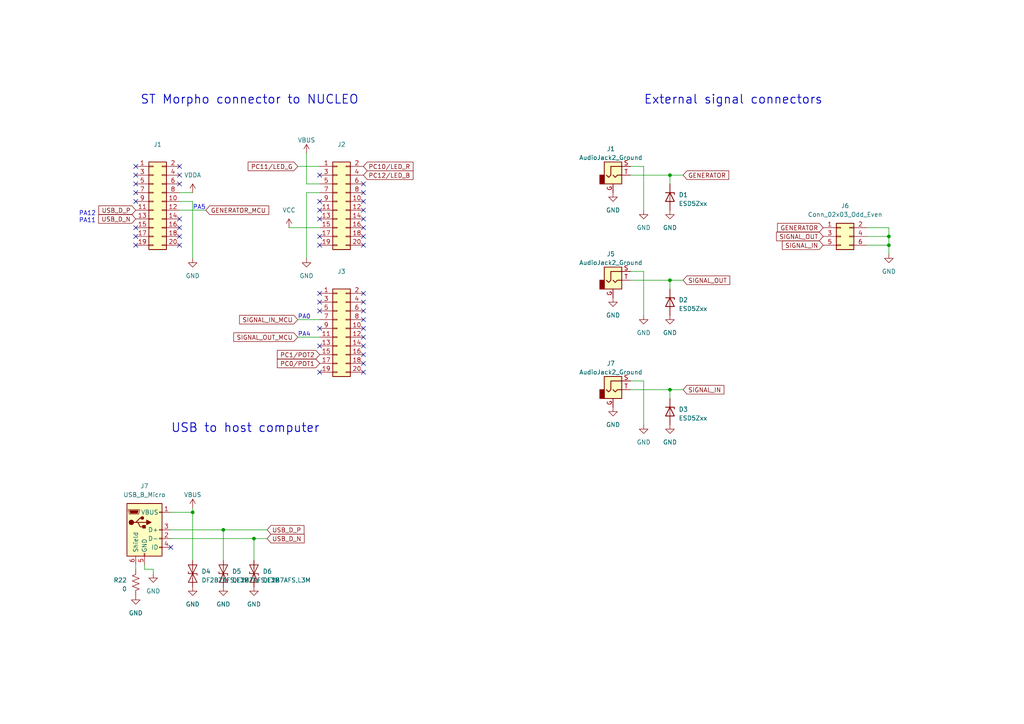
<source format=kicad_sch>
(kicad_sch (version 20230121) (generator eeschema)
  (paper "A4")
  (title_block (title "Board and I/O connectors") (date "2023-08-08") (company "bitgloo") (comment 1 "Released under the CERN Open Hardware Licence Version 2 - Strongly Reciprocal"))
  (lib_symbols
    (symbol "Connector:USB_B_Micro" (pin_names (offset 1.016))
      (property "Reference" "J" (at -5.08 11.43 0))
      (property "Value" "USB_B_Micro" (at -5.08 8.89 0))
      (symbol "USB_B_Micro_0_1"
        (rectangle (start -5.08 -7.62) (end 5.08 7.62) (stroke (width 0.254)) (fill (type background)))
        (circle (center -3.81 2.159) (radius 0.635) (stroke (width 0.254)) (fill (type outline)))
        (circle (center -0.635 3.429) (radius 0.381) (stroke (width 0.254)) (fill (type outline)))
        (rectangle (start -0.127 -7.62) (end 0.127 -6.858))
        (polyline (pts (xy -1.905 2.159) (xy 0.635 2.159)) (stroke (width 0.254)))
        (polyline (pts (xy -3.175 2.159) (xy -2.54 2.159) (xy -1.27 3.429) (xy -0.635 3.429)) (stroke (width 0.254)))
        (polyline (pts (xy -2.54 2.159) (xy -1.905 2.159) (xy -1.27 0.889) (xy 0 0.889)) (stroke (width 0.254)))
        (polyline (pts (xy 0.635 2.794) (xy 0.635 1.524) (xy 1.905 2.159) (xy 0.635 2.794)) (stroke (width 0.254)) (fill (type outline)))
        (polyline (pts (xy -4.318 5.588) (xy -1.778 5.588) (xy -2.032 4.826) (xy -4.064 4.826) (xy -4.318 5.588)) (fill (type outline)))
        (polyline (pts (xy -4.699 5.842) (xy -4.699 5.588) (xy -4.445 4.826) (xy -4.445 4.572) (xy -1.651 4.572) (xy -1.651 4.826) (xy -1.397 5.588) (xy -1.397 5.842) (xy -4.699 5.842)))
        (rectangle (start 0.254 1.27) (end -0.508 0.508) (stroke (width 0.254)) (fill (type outline)))
        (rectangle (start 5.08 -5.207) (end 4.318 -4.953))
        (rectangle (start 5.08 -2.667) (end 4.318 -2.413))
        (rectangle (start 5.08 -0.127) (end 4.318 0.127))
        (rectangle (start 5.08 4.953) (end 4.318 5.207))
      )
      (symbol "USB_B_Micro_1_1"
        (pin power_out line (at 7.62 5.08 180) (length 2.54) (name "VBUS") (number "1"))
        (pin bidirectional line (at 7.62 -2.54 180) (length 2.54) (name "D-") (number "2"))
        (pin bidirectional line (at 7.62 0 180) (length 2.54) (name "D+") (number "3"))
        (pin passive line (at 7.62 -5.08 180) (length 2.54) (name "ID") (number "4"))
        (pin power_out line (at 0 -10.16 90) (length 2.54) (name "GND") (number "5"))
        (pin passive line (at -2.54 -10.16 90) (length 2.54) (name "Shield") (number "6"))
      )
    )
    (symbol "Connector_Audio:AudioJack2_Ground"
      (property "Reference" "J" (at 0 8.89 0))
      (property "Value" "AudioJack2_Ground" (at 0 6.35 0))
      (symbol "AudioJack2_Ground_0_1"
        (rectangle (start -2.54 -2.54) (end -3.81 0) (stroke (width 0.254)) (fill (type outline)))
        (polyline (pts (xy 0 0) (xy 0.635 -0.635) (xy 1.27 0) (xy 2.54 0)) (stroke (width 0.254)))
        (polyline (pts (xy 2.54 2.54) (xy -0.635 2.54) (xy -0.635 0) (xy -1.27 -0.635) (xy -1.905 0)) (stroke (width 0.254)))
        (rectangle (start 2.54 3.81) (end -2.54 -2.54) (stroke (width 0.254)) (fill (type background)))
      )
      (symbol "AudioJack2_Ground_1_1"
        (pin passive line (at 0 -5.08 90) (length 2.54) (name "~") (number "G"))
        (pin passive line (at 5.08 2.54 180) (length 2.54) (name "~") (number "S"))
        (pin passive line (at 5.08 0 180) (length 2.54) (name "~") (number "T"))
      )
    )
    (symbol "Connector_Generic:Conn_02x03_Odd_Even" (pin_names (offset 1.016) hide)
      (property "Reference" "J" (at 1.27 5.08 0))
      (property "Value" "Conn_02x03_Odd_Even" (at 1.27 -5.08 0))
      (symbol "Conn_02x03_Odd_Even_1_1"
        (rectangle (start -1.27 -2.413) (end 0 -2.667) (stroke (width 0.1524)))
        (rectangle (start -1.27 0.127) (end 0 -0.127) (stroke (width 0.1524)))
        (rectangle (start -1.27 2.667) (end 0 2.413) (stroke (width 0.1524)))
        (rectangle (start -1.27 3.81) (end 3.81 -3.81) (stroke (width 0.254)) (fill (type background)))
        (rectangle (start 3.81 -2.413) (end 2.54 -2.667) (stroke (width 0.1524)))
        (rectangle (start 3.81 0.127) (end 2.54 -0.127) (stroke (width 0.1524)))
        (rectangle (start 3.81 2.667) (end 2.54 2.413) (stroke (width 0.1524)))
        (pin passive line (at -5.08 2.54 0) (length 3.81) (name "Pin_1") (number "1"))
        (pin passive line (at 7.62 2.54 180) (length 3.81) (name "Pin_2") (number "2"))
        (pin passive line (at -5.08 0 0) (length 3.81) (name "Pin_3") (number "3"))
        (pin passive line (at 7.62 0 180) (length 3.81) (name "Pin_4") (number "4"))
        (pin passive line (at -5.08 -2.54 0) (length 3.81) (name "Pin_5") (number "5"))
        (pin passive line (at 7.62 -2.54 180) (length 3.81) (name "Pin_6") (number "6"))
      )
    )
    (symbol "Connector_Generic:Conn_02x10_Odd_Even" (pin_names (offset 1.016) hide)
      (property "Reference" "J" (at 1.27 12.7 0))
      (property "Value" "Conn_02x10_Odd_Even" (at 1.27 -15.24 0))
      (symbol "Conn_02x10_Odd_Even_1_1"
        (rectangle (start -1.27 -12.573) (end 0 -12.827) (stroke (width 0.1524)))
        (rectangle (start -1.27 -10.033) (end 0 -10.287) (stroke (width 0.1524)))
        (rectangle (start -1.27 -7.493) (end 0 -7.747) (stroke (width 0.1524)))
        (rectangle (start -1.27 -4.953) (end 0 -5.207) (stroke (width 0.1524)))
        (rectangle (start -1.27 -2.413) (end 0 -2.667) (stroke (width 0.1524)))
        (rectangle (start -1.27 0.127) (end 0 -0.127) (stroke (width 0.1524)))
        (rectangle (start -1.27 2.667) (end 0 2.413) (stroke (width 0.1524)))
        (rectangle (start -1.27 5.207) (end 0 4.953) (stroke (width 0.1524)))
        (rectangle (start -1.27 7.747) (end 0 7.493) (stroke (width 0.1524)))
        (rectangle (start -1.27 10.287) (end 0 10.033) (stroke (width 0.1524)))
        (rectangle (start -1.27 11.43) (end 3.81 -13.97) (stroke (width 0.254)) (fill (type background)))
        (rectangle (start 3.81 -12.573) (end 2.54 -12.827) (stroke (width 0.1524)))
        (rectangle (start 3.81 -10.033) (end 2.54 -10.287) (stroke (width 0.1524)))
        (rectangle (start 3.81 -7.493) (end 2.54 -7.747) (stroke (width 0.1524)))
        (rectangle (start 3.81 -4.953) (end 2.54 -5.207) (stroke (width 0.1524)))
        (rectangle (start 3.81 -2.413) (end 2.54 -2.667) (stroke (width 0.1524)))
        (rectangle (start 3.81 0.127) (end 2.54 -0.127) (stroke (width 0.1524)))
        (rectangle (start 3.81 2.667) (end 2.54 2.413) (stroke (width 0.1524)))
        (rectangle (start 3.81 5.207) (end 2.54 4.953) (stroke (width 0.1524)))
        (rectangle (start 3.81 7.747) (end 2.54 7.493) (stroke (width 0.1524)))
        (rectangle (start 3.81 10.287) (end 2.54 10.033) (stroke (width 0.1524)))
        (pin passive line (at -5.08 10.16 0) (length 3.81) (name "Pin_1") (number "1"))
        (pin passive line (at 7.62 0 180) (length 3.81) (name "Pin_10") (number "10"))
        (pin passive line (at -5.08 -2.54 0) (length 3.81) (name "Pin_11") (number "11"))
        (pin passive line (at 7.62 -2.54 180) (length 3.81) (name "Pin_12") (number "12"))
        (pin passive line (at -5.08 -5.08 0) (length 3.81) (name "Pin_13") (number "13"))
        (pin passive line (at 7.62 -5.08 180) (length 3.81) (name "Pin_14") (number "14"))
        (pin passive line (at -5.08 -7.62 0) (length 3.81) (name "Pin_15") (number "15"))
        (pin passive line (at 7.62 -7.62 180) (length 3.81) (name "Pin_16") (number "16"))
        (pin passive line (at -5.08 -10.16 0) (length 3.81) (name "Pin_17") (number "17"))
        (pin passive line (at 7.62 -10.16 180) (length 3.81) (name "Pin_18") (number "18"))
        (pin passive line (at -5.08 -12.7 0) (length 3.81) (name "Pin_19") (number "19"))
        (pin passive line (at 7.62 10.16 180) (length 3.81) (name "Pin_2") (number "2"))
        (pin passive line (at 7.62 -12.7 180) (length 3.81) (name "Pin_20") (number "20"))
        (pin passive line (at -5.08 7.62 0) (length 3.81) (name "Pin_3") (number "3"))
        (pin passive line (at 7.62 7.62 180) (length 3.81) (name "Pin_4") (number "4"))
        (pin passive line (at -5.08 5.08 0) (length 3.81) (name "Pin_5") (number "5"))
        (pin passive line (at 7.62 5.08 180) (length 3.81) (name "Pin_6") (number "6"))
        (pin passive line (at -5.08 2.54 0) (length 3.81) (name "Pin_7") (number "7"))
        (pin passive line (at 7.62 2.54 180) (length 3.81) (name "Pin_8") (number "8"))
        (pin passive line (at -5.08 0 0) (length 3.81) (name "Pin_9") (number "9"))
      )
    )
    (symbol "Device:R_US" (pin_numbers hide) (pin_names (offset 0))
      (property "Reference" "R" (at 2.54 0 90))
      (property "Value" "R_US" (at -2.54 0 90))
      (symbol "R_US_0_1"
        (polyline (pts (xy 0 -2.286) (xy 0 -2.54)))
        (polyline (pts (xy 0 2.286) (xy 0 2.54)))
        (polyline (pts (xy 0 -0.762) (xy 1.016 -1.143) (xy 0 -1.524) (xy -1.016 -1.905) (xy 0 -2.286)))
        (polyline (pts (xy 0 0.762) (xy 1.016 0.381) (xy 0 0) (xy -1.016 -0.381) (xy 0 -0.762)))
        (polyline (pts (xy 0 2.286) (xy 1.016 1.905) (xy 0 1.524) (xy -1.016 1.143) (xy 0 0.762)))
      )
      (symbol "R_US_1_1"
        (pin passive line (at 0 3.81 270) (length 1.27) (name "~") (number "1"))
        (pin passive line (at 0 -3.81 90) (length 1.27) (name "~") (number "2"))
      )
    )
    (symbol "Diode:ESD5Zxx" (pin_numbers hide) (pin_names hide)
      (property "Reference" "D" (at 0 2.54 0))
      (property "Value" "ESD5Zxx" (at 0 -2.54 0))
      (symbol "ESD5Zxx_0_1"
        (polyline (pts (xy 1.27 0) (xy -1.27 0)))
        (polyline (pts (xy -1.27 -1.27) (xy -1.27 1.27) (xy -0.762 1.27)) (stroke (width 0.254)))
        (polyline (pts (xy 1.27 -1.27) (xy 1.27 1.27) (xy -1.27 0) (xy 1.27 -1.27)) (stroke (width 0.254)))
      )
      (symbol "ESD5Zxx_1_1"
        (pin passive line (at -3.81 0 0) (length 2.54) (name "K") (number "1"))
        (pin passive line (at 3.81 0 180) (length 2.54) (name "A") (number "2"))
      )
    )
    (symbol "Diode:ESD9B5.0ST5G" (pin_numbers hide) (pin_names (offset 1.016) hide)
      (property "Reference" "D" (at 0 2.54 0))
      (property "Value" "ESD9B5.0ST5G" (at 0 -2.54 0))
      (symbol "ESD9B5.0ST5G_0_1"
        (polyline (pts (xy 1.27 0) (xy -1.27 0)))
        (polyline (pts (xy -2.54 -1.27) (xy 0 0) (xy -2.54 1.27) (xy -2.54 -1.27)) (stroke (width 0.2032)))
        (polyline (pts (xy 0.508 1.27) (xy 0 1.27) (xy 0 -1.27) (xy -0.508 -1.27)) (stroke (width 0.2032)))
        (polyline (pts (xy 2.54 1.27) (xy 2.54 -1.27) (xy 0 0) (xy 2.54 1.27)) (stroke (width 0.2032)))
      )
      (symbol "ESD9B5.0ST5G_1_1"
        (pin passive line (at -3.81 0 0) (length 2.54) (name "A1") (number "1"))
        (pin passive line (at 3.81 0 180) (length 2.54) (name "A2") (number "2"))
      )
    )
    (symbol "power:GND" (power) (pin_names (offset 0))
      (property "Value" "GND" (at 0 -3.81 0))
      (symbol "GND_0_1"
        (polyline (pts (xy 0 0) (xy 0 -1.27) (xy 1.27 -1.27) (xy 0 -2.54) (xy -1.27 -1.27) (xy 0 -1.27)))
      )
      (symbol "GND_1_1"
        (pin power_in line (at 0 0 270) (length 0) hide (name "GND") (number "1"))
      )
    )
    (symbol "power:VBUS" (power) (pin_names (offset 0))
      (property "Value" "VBUS" (at 0 3.81 0))
      (symbol "VBUS_0_1"
        (polyline (pts (xy -0.762 1.27) (xy 0 2.54)))
        (polyline (pts (xy 0 0) (xy 0 2.54)))
        (polyline (pts (xy 0 2.54) (xy 0.762 1.27)))
      )
      (symbol "VBUS_1_1"
        (pin power_in line (at 0 0 90) (length 0) hide (name "VBUS") (number "1"))
      )
    )
    (symbol "power:VCC" (power) (pin_names (offset 0))
      (property "Value" "VCC" (at 0 3.81 0))
      (symbol "VCC_0_1"
        (polyline (pts (xy -0.762 1.27) (xy 0 2.54)))
        (polyline (pts (xy 0 0) (xy 0 2.54)))
        (polyline (pts (xy 0 2.54) (xy 0.762 1.27)))
      )
      (symbol "VCC_1_1"
        (pin power_in line (at 0 0 90) (length 0) hide (name "VCC") (number "1"))
      )
    )
    (symbol "power:VDDA" (power) (pin_names (offset 0))
      (property "Value" "VDDA" (at 0 3.81 0))
      (symbol "VDDA_0_1"
        (polyline (pts (xy -0.762 1.27) (xy 0 2.54)))
        (polyline (pts (xy 0 0) (xy 0 2.54)))
        (polyline (pts (xy 0 2.54) (xy 0.762 1.27)))
      )
      (symbol "VDDA_1_1"
        (pin power_in line (at 0 0 90) (length 0) hide (name "VDDA") (number "1"))
      )
    )
  )
  (junction (at 64.77 153.67))
  (junction (at 194.31 50.8))
  (junction (at 73.66 156.21))
  (junction (at 194.31 81.28))
  (junction (at 257.81 68.58))
  (junction (at 55.88 148.59))
  (junction (at 194.31 113.03))
  (junction (at 257.81 71.12))
  (no_connect (at 105.41 60.96))
  (no_connect (at 52.07 68.58))
  (no_connect (at 39.37 53.34))
  (no_connect (at 92.71 87.63))
  (no_connect (at 105.41 92.71))
  (no_connect (at 105.41 107.95))
  (no_connect (at 105.41 95.25))
  (no_connect (at 105.41 63.5))
  (no_connect (at 92.71 60.96))
  (no_connect (at 39.37 58.42))
  (no_connect (at 52.07 50.8))
  (no_connect (at 105.41 85.09))
  (no_connect (at 105.41 105.41))
  (no_connect (at 105.41 71.12))
  (no_connect (at 92.71 71.12))
  (no_connect (at 52.07 48.26))
  (no_connect (at 52.07 71.12))
  (no_connect (at 92.71 63.5))
  (no_connect (at 92.71 58.42))
  (no_connect (at 92.71 95.25))
  (no_connect (at 39.37 71.12))
  (no_connect (at 52.07 66.04))
  (no_connect (at 39.37 66.04))
  (no_connect (at 52.07 53.34))
  (no_connect (at 105.41 53.34))
  (no_connect (at 39.37 50.8))
  (no_connect (at 105.41 55.88))
  (no_connect (at 105.41 58.42))
  (no_connect (at 105.41 100.33))
  (no_connect (at 39.37 55.88))
  (no_connect (at 52.07 63.5))
  (no_connect (at 92.71 50.8))
  (no_connect (at 49.53 158.75))
  (no_connect (at 92.71 85.09))
  (no_connect (at 105.41 90.17))
  (no_connect (at 105.41 97.79))
  (no_connect (at 39.37 68.58))
  (no_connect (at 105.41 87.63))
  (no_connect (at 39.37 48.26))
  (no_connect (at 105.41 102.87))
  (no_connect (at 92.71 90.17))
  (no_connect (at 105.41 68.58))
  (no_connect (at 92.71 100.33))
  (no_connect (at 105.41 66.04))
  (no_connect (at 92.71 68.58))
  (no_connect (at 92.71 107.95))
  (wire (pts (xy 257.81 68.58) (xy 251.46 68.58)))
  (wire (pts (xy 182.88 110.49) (xy 186.69 110.49)))
  (wire (pts (xy 257.81 71.12) (xy 257.81 73.66)))
  (wire (pts (xy 55.88 147.32) (xy 55.88 148.59)))
  (wire (pts (xy 186.69 78.74) (xy 186.69 91.44)))
  (wire (pts (xy 86.36 92.71) (xy 92.71 92.71)))
  (wire (pts (xy 52.07 55.88) (xy 55.88 55.88)))
  (wire (pts (xy 194.31 113.03) (xy 198.12 113.03)))
  (wire (pts (xy 257.81 68.58) (xy 257.81 71.12)))
  (wire (pts (xy 194.31 50.8) (xy 198.12 50.8)))
  (wire (pts (xy 52.07 58.42) (xy 55.88 58.42)))
  (wire (pts (xy 88.9 74.93) (xy 88.9 55.88)))
  (wire (pts (xy 186.69 110.49) (xy 186.69 123.19)))
  (wire (pts (xy 73.66 156.21) (xy 77.47 156.21)))
  (wire (pts (xy 88.9 53.34) (xy 88.9 44.45)))
  (wire (pts (xy 194.31 50.8) (xy 194.31 53.34)))
  (wire (pts (xy 92.71 53.34) (xy 88.9 53.34)))
  (wire (pts (xy 49.53 153.67) (xy 64.77 153.67)))
  (wire (pts (xy 86.36 48.26) (xy 92.71 48.26)))
  (wire (pts (xy 186.69 48.26) (xy 186.69 60.96)))
  (wire (pts (xy 49.53 156.21) (xy 73.66 156.21)))
  (wire (pts (xy 194.31 81.28) (xy 194.31 83.82)))
  (wire (pts (xy 49.53 148.59) (xy 55.88 148.59)))
  (wire (pts (xy 194.31 81.28) (xy 198.12 81.28)))
  (wire (pts (xy 44.45 165.1) (xy 41.91 165.1)))
  (wire (pts (xy 182.88 48.26) (xy 186.69 48.26)))
  (wire (pts (xy 194.31 113.03) (xy 194.31 115.57)))
  (wire (pts (xy 257.81 66.04) (xy 257.81 68.58)))
  (wire (pts (xy 39.37 163.83) (xy 39.37 165.1)))
  (wire (pts (xy 55.88 148.59) (xy 55.88 162.56)))
  (wire (pts (xy 257.81 66.04) (xy 251.46 66.04)))
  (wire (pts (xy 44.45 166.37) (xy 44.45 165.1)))
  (wire (pts (xy 41.91 165.1) (xy 41.91 163.83)))
  (wire (pts (xy 64.77 153.67) (xy 64.77 162.56)))
  (wire (pts (xy 52.07 60.96) (xy 59.69 60.96)))
  (wire (pts (xy 251.46 71.12) (xy 257.81 71.12)))
  (wire (pts (xy 83.82 66.04) (xy 92.71 66.04)))
  (wire (pts (xy 55.88 58.42) (xy 55.88 74.93)))
  (wire (pts (xy 86.36 97.79) (xy 92.71 97.79)))
  (wire (pts (xy 182.88 81.28) (xy 194.31 81.28)))
  (wire (pts (xy 182.88 50.8) (xy 194.31 50.8)))
  (wire (pts (xy 182.88 113.03) (xy 194.31 113.03)))
  (wire (pts (xy 88.9 55.88) (xy 92.71 55.88)))
  (wire (pts (xy 64.77 153.67) (xy 77.47 153.67)))
  (wire (pts (xy 182.88 78.74) (xy 186.69 78.74)))
  (wire (pts (xy 73.66 156.21) (xy 73.66 162.56)))
  (text "USB to host computer" (at 49.53 125.73 0) (effects (font (size 2.54 2.54) (thickness 0.254) bold) (justify left bottom)))
  (text "PA4" (at 86.36 97.79 0) (effects (font (size 1.27 1.27)) (justify left bottom)))
  (text "ST Morpho connector to NUCLEO" (at 40.64 30.48 0) (effects (font (size 2.54 2.54) (thickness 0.254) bold) (justify left bottom)))
  (text "PA5" (at 59.69 60.96 0) (effects (font (size 1.27 1.27)) (justify right bottom)))
  (text "PA0" (at 86.36 92.71 0) (effects (font (size 1.27 1.27)) (justify left bottom)))
  (text "PA12\nPA11" (at 22.86 64.77 0) (effects (font (size 1.27 1.27)) (justify left bottom)))
  (text "External signal connectors" (at 186.69 30.48 0) (effects (font (size 2.54 2.54) (thickness 0.254) bold) (justify left bottom)))
  (global_label "SIGNAL_OUT" (shape input) (at 198.12 81.28 0) (property "Intersheetrefs" "${INTERSHEET_REFS}" (effects hide)))
  (global_label "PC1{slash}POT2" (shape input) (at 92.71 102.87 180) (property "Intersheetrefs" "${INTERSHEET_REFS}" (effects hide)))
  (global_label "SIGNAL_OUT_MCU" (shape input) (at 86.36 97.79 180) (property "Intersheetrefs" "${INTERSHEET_REFS}" (effects hide)))
  (global_label "SIGNAL_IN" (shape input) (at 198.12 113.03 0) (property "Intersheetrefs" "${INTERSHEET_REFS}" (effects hide)))
  (global_label "GENERATOR" (shape input) (at 198.12 50.8 0) (property "Intersheetrefs" "${INTERSHEET_REFS}" (effects hide)))
  (global_label "GENERATOR_MCU" (shape input) (at 59.69 60.96 0) (property "Intersheetrefs" "${INTERSHEET_REFS}" (effects hide)))
  (global_label "PC10{slash}LED_R" (shape input) (at 105.41 48.26 0) (property "Intersheetrefs" "${INTERSHEET_REFS}" (effects hide)))
  (global_label "SIGNAL_OUT" (shape input) (at 238.76 68.58 180) (property "Intersheetrefs" "${INTERSHEET_REFS}" (effects hide)))
  (global_label "PC12{slash}LED_B" (shape input) (at 105.41 50.8 0) (property "Intersheetrefs" "${INTERSHEET_REFS}" (effects hide)))
  (global_label "PC11{slash}LED_G" (shape input) (at 86.36 48.26 180) (property "Intersheetrefs" "${INTERSHEET_REFS}" (effects hide)))
  (global_label "USB_D_P" (shape input) (at 77.47 153.67 0) (property "Intersheetrefs" "${INTERSHEET_REFS}" (effects hide)))
  (global_label "PC0{slash}POT1" (shape input) (at 92.71 105.41 180) (property "Intersheetrefs" "${INTERSHEET_REFS}" (effects hide)))
  (global_label "GENERATOR" (shape input) (at 238.76 66.04 180) (property "Intersheetrefs" "${INTERSHEET_REFS}" (effects hide)))
  (global_label "USB_D_N" (shape input) (at 39.37 63.5 180) (property "Intersheetrefs" "${INTERSHEET_REFS}" (effects hide)))
  (global_label "SIGNAL_IN" (shape input) (at 238.76 71.12 180) (property "Intersheetrefs" "${INTERSHEET_REFS}" (effects hide)))
  (global_label "SIGNAL_IN_MCU" (shape input) (at 86.36 92.71 180) (property "Intersheetrefs" "${INTERSHEET_REFS}" (effects hide)))
  (global_label "USB_D_P" (shape input) (at 39.37 60.96 180) (property "Intersheetrefs" "${INTERSHEET_REFS}" (effects hide)))
  (global_label "USB_D_N" (shape input) (at 77.47 156.21 0) (property "Intersheetrefs" "${INTERSHEET_REFS}" (effects hide)))
  (symbol (lib_id "Diode:ESD9B5.0ST5G") (at 55.88 166.37 90) (unit 1)
    (property "Reference" "D4" (at 58.42 165.735 90) (effects (justify right)))
    (property "Value" "DF2B7AFS,L3M" (at 58.42 168.275 90) (effects (justify right)))
    (property "Footprint" "Diode_SMD:D_SOD-923" (effects hide))
    (property "Datasheet" "https://www.onsemi.com/pub/Collateral/ESD9B-D.PDF" (effects hide))
    (property "Part Number" "DF2B7AFS,L3M" (effects hide))
  )
  (symbol (lib_id "power:GND") (at 64.77 170.18 0) (unit 1)
    (property "Reference" "#PWR038" (effects hide))
    (property "Value" "GND" (at 64.77 175.26 0))
    (instances (project "stmdsp_rev3" (path "" (reference "#PWR038") (unit 1))) (project "DSP PAW add-on board" (path "" (reference "#PWR064") (unit 1))))
  )
  (symbol (lib_id "power:GND") (at 186.69 91.44 0) (unit 1)
    (property "Reference" "#PWR034" (effects hide))
    (property "Value" "GND" (at 186.69 96.52 0))
    (instances (project "stmdsp_rev3" (path "" (reference "#PWR034") (unit 1))) (project "DSP PAW add-on board" (path "" (reference "#PWR056") (unit 1))))
  )
  (symbol (lib_id "power:GND") (at 257.81 73.66 0) (mirror y) (unit 1)
    (property "Reference" "#PWR036" (effects hide))
    (property "Value" "GND" (at 257.81 78.74 0))
    (instances (project "stmdsp_rev3" (path "" (reference "#PWR036") (unit 1))) (project "DSP PAW add-on board" (path "" (reference "#PWR052") (unit 1))))
  )
  (symbol (lib_id "power:GND") (at 186.69 60.96 0) (unit 1)
    (property "Reference" "#PWR032" (effects hide))
    (property "Value" "GND" (at 186.69 66.04 0))
    (instances (project "stmdsp_rev3" (path "" (reference "#PWR032") (unit 1))) (project "DSP PAW add-on board" (path "" (reference "#PWR049") (unit 1))))
  )
  (symbol (lib_id "Diode:ESD9B5.0ST5G") (at 64.77 166.37 90) (unit 1)
    (property "Reference" "D5" (at 67.31 165.735 90) (effects (justify right)))
    (property "Value" "DF2B7AFS,L3M" (at 67.31 168.275 90) (effects (justify right)))
    (property "Footprint" "Diode_SMD:D_SOD-923" (effects hide))
    (property "Datasheet" "https://www.onsemi.com/pub/Collateral/ESD9B-D.PDF" (effects hide))
    (property "Part Number" "DF2B7AFS,L3M" (effects hide))
  )
  (symbol (lib_id "Connector_Audio:AudioJack2_Ground") (at 177.8 81.28 0) (unit 1)
    (property "Reference" "J5" (at 177.165 73.66 0))
    (property "Value" "AudioJack2_Ground" (at 177.165 76.2 0))
    (property "Footprint" "Connector_Audio:Jack_3.5mm_CUI_SJ-3523-SMT_Horizontal" (effects hide))
    (property "Part Number" "SJ-3523-SMT-TR" (effects hide))
  )
  (symbol (lib_id "Diode:ESD5Zxx") (at 194.31 119.38 270) (unit 1)
    (property "Reference" "D3" (at 196.85 118.745 90) (effects (justify left)))
    (property "Value" "ESD5Zxx" (at 196.85 121.285 90) (effects (justify left)))
    (property "Footprint" "Diode_SMD:D_SOD-523" (effects hide))
    (property "Datasheet" "https://www.onsemi.com/pdf/datasheet/esd5z2.5t1-d.pdf" (effects hide))
    (property "Part Number" "ESD5Z2.5T1G" (effects hide))
  )
  (symbol (lib_id "power:GND") (at 186.69 123.19 0) (unit 1)
    (property "Reference" "#PWR034" (effects hide))
    (property "Value" "GND" (at 186.69 128.27 0))
    (instances (project "stmdsp_rev3" (path "" (reference "#PWR034") (unit 1))) (project "DSP PAW add-on board" (path "" (reference "#PWR059") (unit 1))))
  )
  (symbol (lib_id "Connector_Generic:Conn_02x10_Odd_Even") (at 97.79 95.25 0) (unit 1)
    (property "Reference" "J3" (at 99.06 78.74 0))
    (property "Value" "Conn_02x10_Odd_Even" (effects hide))
    (property "Footprint" "Connector_PinHeader_2.54mm:PinHeader_2x10_P2.54mm_Vertical" (effects hide))
    (property "Part Number" "PPPC102LFBN-RC" (effects hide))
    (instances (project "stmdsp_rev3" (path "" (reference "J3") (unit 1))) (project "DSP PAW add-on board" (path "" (reference "J6") (unit 1))))
  )
  (symbol (lib_id "power:GND") (at 44.45 166.37 0) (unit 1)
    (property "Reference" "#PWR038" (effects hide))
    (property "Value" "GND" (at 44.45 171.45 0))
    (instances (project "stmdsp_rev3" (path "" (reference "#PWR038") (unit 1))) (project "DSP PAW add-on board" (path "" (reference "#PWR062") (unit 1))))
  )
  (symbol (lib_id "power:GND") (at 55.88 170.18 0) (unit 1)
    (property "Reference" "#PWR038" (effects hide))
    (property "Value" "GND" (at 55.88 175.26 0))
    (instances (project "stmdsp_rev3" (path "" (reference "#PWR038") (unit 1))) (project "DSP PAW add-on board" (path "" (reference "#PWR063") (unit 1))))
  )
  (symbol (lib_id "power:GND") (at 177.8 86.36 0) (unit 1)
    (property "Reference" "#PWR032" (effects hide))
    (property "Value" "GND" (at 177.8 91.44 0))
    (instances (project "stmdsp_rev3" (path "" (reference "#PWR032") (unit 1))) (project "DSP PAW add-on board" (path "" (reference "#PWR055") (unit 1))))
  )
  (symbol (lib_id "power:VBUS") (at 55.88 147.32 0) (unit 1)
    (property "Reference" "#PWR061" (effects hide))
    (property "Value" "VBUS" (at 55.88 143.51 0))
  )
  (symbol (lib_id "Diode:ESD5Zxx") (at 194.31 57.15 270) (unit 1)
    (property "Reference" "D1" (at 196.85 56.515 90) (effects (justify left)))
    (property "Value" "ESD5Zxx" (at 196.85 59.055 90) (effects (justify left)))
    (property "Footprint" "Diode_SMD:D_SOD-523" (effects hide))
    (property "Datasheet" "https://www.onsemi.com/pdf/datasheet/esd5z2.5t1-d.pdf" (effects hide))
    (property "Part Number" "ESD5Z2.5T1G" (effects hide))
  )
  (symbol (lib_id "power:GND") (at 177.8 55.88 0) (unit 1)
    (property "Reference" "#PWR032" (effects hide))
    (property "Value" "GND" (at 177.8 60.96 0))
    (instances (project "stmdsp_rev3" (path "" (reference "#PWR032") (unit 1))) (project "DSP PAW add-on board" (path "" (reference "#PWR048") (unit 1))))
  )
  (symbol (lib_id "Diode:ESD5Zxx") (at 194.31 87.63 270) (unit 1)
    (property "Reference" "D2" (at 196.85 86.995 90) (effects (justify left)))
    (property "Value" "ESD5Zxx" (at 196.85 89.535 90) (effects (justify left)))
    (property "Footprint" "Diode_SMD:D_SOD-523" (effects hide))
    (property "Datasheet" "https://www.onsemi.com/pdf/datasheet/esd5z2.5t1-d.pdf" (effects hide))
    (property "Part Number" "ESD5Z2.5T1G" (effects hide))
  )
  (symbol (lib_id "power:VDDA") (at 55.88 55.88 0) (unit 1)
    (property "Reference" "#PWR04" (effects hide))
    (property "Value" "VDDA" (at 55.88 50.8 0))
    (instances (project "stmdsp_rev3" (path "" (reference "#PWR04") (unit 1))) (project "DSP PAW add-on board" (path "" (reference "#PWR047") (unit 1))))
  )
  (symbol (lib_id "Connector_Audio:AudioJack2_Ground") (at 177.8 50.8 0) (unit 1)
    (property "Reference" "J1" (at 177.165 43.18 0))
    (property "Value" "AudioJack2_Ground" (at 177.165 45.72 0))
    (property "Footprint" "Connector_Audio:Jack_3.5mm_CUI_SJ-3523-SMT_Horizontal" (effects hide))
    (property "Part Number" "SJ-3523-SMT-TR" (effects hide))
  )
  (symbol (lib_id "Connector:USB_B_Micro") (at 41.91 153.67 0) (unit 1)
    (property "Reference" "J7" (at 41.91 140.97 0))
    (property "Value" "USB_B_Micro" (at 41.91 143.51 0))
    (property "Footprint" "Connector_USB:USB_Micro-B_Amphenol_10104110_Horizontal" (effects hide))
    (property "Part Number" "10104110-0001LF" (effects hide))
    (instances (project "stmdsp_rev3" (path "" (reference "J7") (unit 1))) (project "DSP PAW add-on board" (path "" (reference "J8") (unit 1))))
  )
  (symbol (lib_id "power:GND") (at 194.31 91.44 0) (unit 1)
    (property "Reference" "#PWR032" (effects hide))
    (property "Value" "GND" (at 194.31 96.52 0))
    (instances (project "stmdsp_rev3" (path "" (reference "#PWR032") (unit 1))) (project "DSP PAW add-on board" (path "" (reference "#PWR057") (unit 1))))
  )
  (symbol (lib_id "Connector_Generic:Conn_02x10_Odd_Even") (at 44.45 58.42 0) (unit 1)
    (property "Reference" "J1" (at 45.72 41.91 0))
    (property "Value" "Conn_02x10_Odd_Even" (effects hide))
    (property "Footprint" "Connector_PinHeader_2.54mm:PinHeader_2x10_P2.54mm_Vertical" (effects hide))
    (property "Part Number" "PPPC102LFBN-RC" (effects hide))
    (instances (project "stmdsp_rev3" (path "" (reference "J1") (unit 1))) (project "DSP PAW add-on board" (path "" (reference "J2") (unit 1))))
  )
  (symbol (lib_id "Connector_Audio:AudioJack2_Ground") (at 177.8 113.03 0) (unit 1)
    (property "Reference" "J7" (at 177.165 105.41 0))
    (property "Value" "AudioJack2_Ground" (at 177.165 107.95 0))
    (property "Footprint" "Connector_Audio:Jack_3.5mm_CUI_SJ-3523-SMT_Horizontal" (effects hide))
    (property "Part Number" "SJ-3523-SMT-TR" (effects hide))
  )
  (symbol (lib_id "power:GND") (at 194.31 123.19 0) (unit 1)
    (property "Reference" "#PWR032" (effects hide))
    (property "Value" "GND" (at 194.31 128.27 0))
    (instances (project "stmdsp_rev3" (path "" (reference "#PWR032") (unit 1))) (project "DSP PAW add-on board" (path "" (reference "#PWR060") (unit 1))))
  )
  (symbol (lib_id "Device:R_US") (at 39.37 168.91 0) (mirror y) (unit 1)
    (property "Reference" "R22" (at 36.83 168.275 0) (effects (justify left)))
    (property "Value" "0" (at 36.83 170.815 0) (effects (justify left)))
    (property "Footprint" "Resistor_SMD:R_0603_1608Metric" (effects hide))
    (property "Part Number" "RMCF0603ZT0R00" (effects hide))
  )
  (symbol (lib_id "power:VCC") (at 83.82 66.04 0) (unit 1)
    (property "Reference" "#PWR015" (effects hide))
    (property "Value" "VCC" (at 83.82 60.96 0))
    (instances (project "stmdsp_rev3" (path "" (reference "#PWR015") (unit 1))) (project "DSP PAW add-on board" (path "" (reference "#PWR051") (unit 1))))
  )
  (symbol (lib_id "power:GND") (at 177.8 118.11 0) (unit 1)
    (property "Reference" "#PWR032" (effects hide))
    (property "Value" "GND" (at 177.8 123.19 0))
    (instances (project "stmdsp_rev3" (path "" (reference "#PWR032") (unit 1))) (project "DSP PAW add-on board" (path "" (reference "#PWR058") (unit 1))))
  )
  (symbol (lib_id "power:GND") (at 55.88 74.93 0) (unit 1)
    (property "Reference" "#PWR023" (effects hide))
    (property "Value" "GND" (at 55.88 80.01 0))
    (instances (project "stmdsp_rev3" (path "" (reference "#PWR023") (unit 1))) (project "DSP PAW add-on board" (path "" (reference "#PWR053") (unit 1))))
  )
  (symbol (lib_id "power:GND") (at 73.66 170.18 0) (unit 1)
    (property "Reference" "#PWR038" (effects hide))
    (property "Value" "GND" (at 73.66 175.26 0))
    (instances (project "stmdsp_rev3" (path "" (reference "#PWR038") (unit 1))) (project "DSP PAW add-on board" (path "" (reference "#PWR065") (unit 1))))
  )
  (symbol (lib_id "Diode:ESD9B5.0ST5G") (at 73.66 166.37 90) (unit 1)
    (property "Reference" "D6" (at 76.2 165.735 90) (effects (justify right)))
    (property "Value" "DF2B7AFS,L3M" (at 76.2 168.275 90) (effects (justify right)))
    (property "Footprint" "Diode_SMD:D_SOD-923" (effects hide))
    (property "Datasheet" "https://www.onsemi.com/pub/Collateral/ESD9B-D.PDF" (effects hide))
    (property "Part Number" "DF2B7AFS,L3M" (effects hide))
  )
  (symbol (lib_id "power:VBUS") (at 88.9 44.45 0) (unit 1)
    (property "Reference" "#PWR046" (effects hide))
    (property "Value" "VBUS" (at 88.9 40.64 0))
  )
  (symbol (lib_id "Connector_Generic:Conn_02x03_Odd_Even") (at 243.84 68.58 0) (unit 1)
    (property "Reference" "J6" (at 245.11 59.69 0))
    (property "Value" "Conn_02x03_Odd_Even" (at 245.11 62.23 0))
    (property "Footprint" "Connector_PinHeader_2.54mm:PinHeader_2x03_P2.54mm_Horizontal" (effects hide))
    (property "Part Number" "PH2RA-06-UA" (effects hide))
    (instances (project "stmdsp_rev3" (path "" (reference "J6") (unit 1))) (project "DSP PAW add-on board" (path "" (reference "J4") (unit 1))))
  )
  (symbol (lib_id "power:GND") (at 194.31 60.96 0) (unit 1)
    (property "Reference" "#PWR032" (effects hide))
    (property "Value" "GND" (at 194.31 66.04 0))
    (instances (project "stmdsp_rev3" (path "" (reference "#PWR032") (unit 1))) (project "DSP PAW add-on board" (path "" (reference "#PWR050") (unit 1))))
  )
  (symbol (lib_id "Connector_Generic:Conn_02x10_Odd_Even") (at 97.79 58.42 0) (unit 1)
    (property "Reference" "J2" (at 99.06 41.91 0))
    (property "Value" "Conn_02x10_Odd_Even" (effects hide))
    (property "Footprint" "Connector_PinHeader_2.54mm:PinHeader_2x10_P2.54mm_Vertical" (effects hide))
    (property "Part Number" "PPPC102LFBN-RC" (effects hide))
    (instances (project "stmdsp_rev3" (path "" (reference "J2") (unit 1))) (project "DSP PAW add-on board" (path "" (reference "J3") (unit 1))))
  )
  (symbol (lib_id "power:GND") (at 39.37 172.72 0) (unit 1)
    (property "Reference" "#PWR038" (effects hide))
    (property "Value" "GND" (at 39.37 177.8 0))
    (instances (project "stmdsp_rev3" (path "" (reference "#PWR038") (unit 1))) (project "DSP PAW add-on board" (path "" (reference "#PWR066") (unit 1))))
  )
  (symbol (lib_id "power:GND") (at 88.9 74.93 0) (unit 1)
    (property "Reference" "#PWR024" (effects hide))
    (property "Value" "GND" (at 88.9 80.01 0))
    (instances (project "stmdsp_rev3" (path "" (reference "#PWR024") (unit 1))) (project "DSP PAW add-on board" (path "" (reference "#PWR054") (unit 1))))
  )
)
</source>
